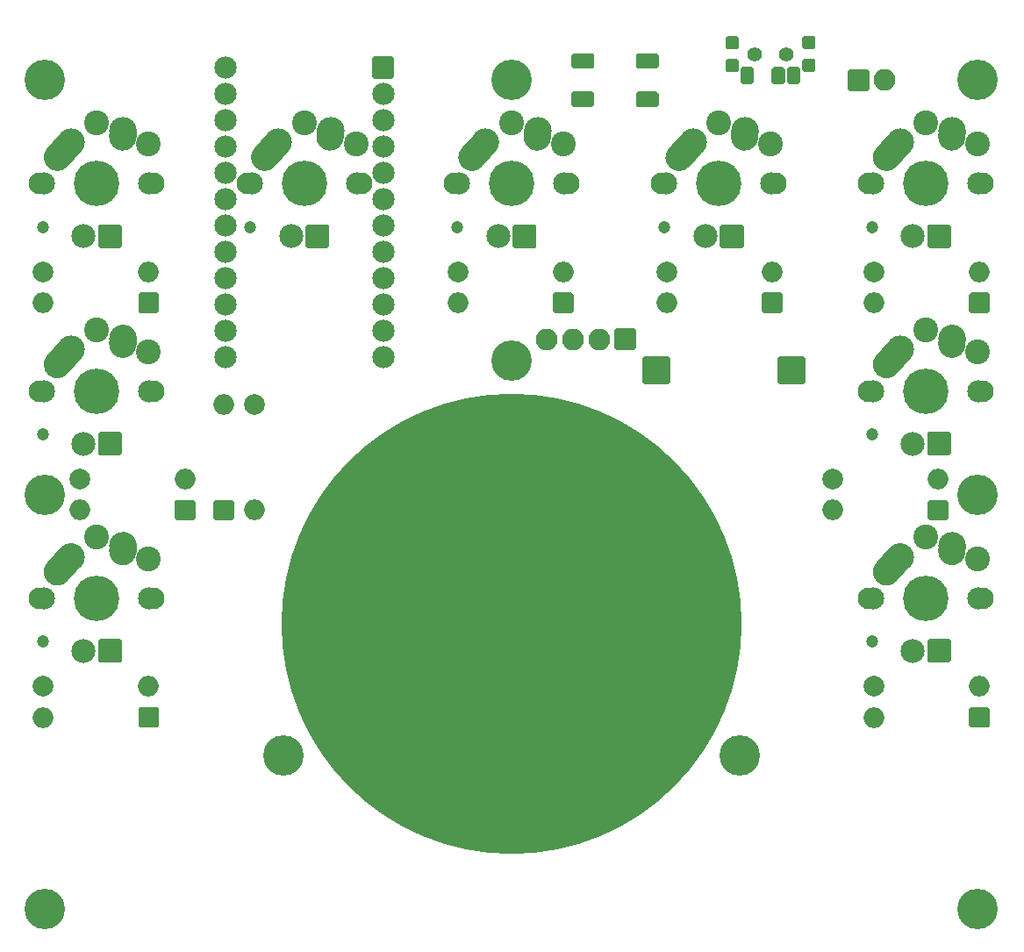
<source format=gbr>
G04 #@! TF.GenerationSoftware,KiCad,Pcbnew,(5.1.9)-1*
G04 #@! TF.CreationDate,2021-02-07T16:45:39-06:00*
G04 #@! TF.ProjectId,4x4_CNC_encoder_PCB,3478345f-434e-4435-9f65-6e636f646572,rev?*
G04 #@! TF.SameCoordinates,Original*
G04 #@! TF.FileFunction,Soldermask,Bot*
G04 #@! TF.FilePolarity,Negative*
%FSLAX46Y46*%
G04 Gerber Fmt 4.6, Leading zero omitted, Abs format (unit mm)*
G04 Created by KiCad (PCBNEW (5.1.9)-1) date 2021-02-07 16:45:39*
%MOMM*%
%LPD*%
G01*
G04 APERTURE LIST*
%ADD10O,2.100000X2.100000*%
%ADD11O,2.000000X2.000000*%
%ADD12C,2.000000*%
%ADD13C,2.305000*%
%ADD14C,1.200000*%
%ADD15C,2.100000*%
%ADD16C,2.400000*%
%ADD17C,2.150000*%
%ADD18C,2.650000*%
%ADD19C,4.387800*%
%ADD20C,1.400000*%
%ADD21C,3.900000*%
%ADD22C,2.152600*%
%ADD23C,44.400000*%
G04 APERTURE END LIST*
D10*
X136040000Y-65000000D03*
G36*
G01*
X134350000Y-66050000D02*
X132650000Y-66050000D01*
G75*
G02*
X132450000Y-65850000I0J200000D01*
G01*
X132450000Y-64150000D01*
G75*
G02*
X132650000Y-63950000I200000J0D01*
G01*
X134350000Y-63950000D01*
G75*
G02*
X134550000Y-64150000I0J-200000D01*
G01*
X134550000Y-65850000D01*
G75*
G02*
X134350000Y-66050000I-200000J0D01*
G01*
G37*
D11*
X145160000Y-123500000D03*
D12*
X135000000Y-123500000D03*
D11*
X141160000Y-103500000D03*
D12*
X131000000Y-103500000D03*
D11*
X145160000Y-83500000D03*
D12*
X135000000Y-83500000D03*
D11*
X125160000Y-83500000D03*
D12*
X115000000Y-83500000D03*
D11*
X105000000Y-83500000D03*
D12*
X94840000Y-83500000D03*
D11*
X75250000Y-106500000D03*
D12*
X75250000Y-96340000D03*
D11*
X65000000Y-83500000D03*
D12*
X54840000Y-83500000D03*
D11*
X68500000Y-103500000D03*
D12*
X58340000Y-103500000D03*
D11*
X65000000Y-123500000D03*
D12*
X54840000Y-123500000D03*
D11*
X135000000Y-126500000D03*
G36*
G01*
X146160000Y-125700000D02*
X146160000Y-127300000D01*
G75*
G02*
X145960000Y-127500000I-200000J0D01*
G01*
X144360000Y-127500000D01*
G75*
G02*
X144160000Y-127300000I0J200000D01*
G01*
X144160000Y-125700000D01*
G75*
G02*
X144360000Y-125500000I200000J0D01*
G01*
X145960000Y-125500000D01*
G75*
G02*
X146160000Y-125700000I0J-200000D01*
G01*
G37*
X131000000Y-106500000D03*
G36*
G01*
X142160000Y-105700000D02*
X142160000Y-107300000D01*
G75*
G02*
X141960000Y-107500000I-200000J0D01*
G01*
X140360000Y-107500000D01*
G75*
G02*
X140160000Y-107300000I0J200000D01*
G01*
X140160000Y-105700000D01*
G75*
G02*
X140360000Y-105500000I200000J0D01*
G01*
X141960000Y-105500000D01*
G75*
G02*
X142160000Y-105700000I0J-200000D01*
G01*
G37*
X135000000Y-86500000D03*
G36*
G01*
X146160000Y-85700000D02*
X146160000Y-87300000D01*
G75*
G02*
X145960000Y-87500000I-200000J0D01*
G01*
X144360000Y-87500000D01*
G75*
G02*
X144160000Y-87300000I0J200000D01*
G01*
X144160000Y-85700000D01*
G75*
G02*
X144360000Y-85500000I200000J0D01*
G01*
X145960000Y-85500000D01*
G75*
G02*
X146160000Y-85700000I0J-200000D01*
G01*
G37*
X115000000Y-86500000D03*
G36*
G01*
X126160000Y-85700000D02*
X126160000Y-87300000D01*
G75*
G02*
X125960000Y-87500000I-200000J0D01*
G01*
X124360000Y-87500000D01*
G75*
G02*
X124160000Y-87300000I0J200000D01*
G01*
X124160000Y-85700000D01*
G75*
G02*
X124360000Y-85500000I200000J0D01*
G01*
X125960000Y-85500000D01*
G75*
G02*
X126160000Y-85700000I0J-200000D01*
G01*
G37*
X94840000Y-86500000D03*
G36*
G01*
X106000000Y-85700000D02*
X106000000Y-87300000D01*
G75*
G02*
X105800000Y-87500000I-200000J0D01*
G01*
X104200000Y-87500000D01*
G75*
G02*
X104000000Y-87300000I0J200000D01*
G01*
X104000000Y-85700000D01*
G75*
G02*
X104200000Y-85500000I200000J0D01*
G01*
X105800000Y-85500000D01*
G75*
G02*
X106000000Y-85700000I0J-200000D01*
G01*
G37*
X72250000Y-96340000D03*
G36*
G01*
X73050000Y-107500000D02*
X71450000Y-107500000D01*
G75*
G02*
X71250000Y-107300000I0J200000D01*
G01*
X71250000Y-105700000D01*
G75*
G02*
X71450000Y-105500000I200000J0D01*
G01*
X73050000Y-105500000D01*
G75*
G02*
X73250000Y-105700000I0J-200000D01*
G01*
X73250000Y-107300000D01*
G75*
G02*
X73050000Y-107500000I-200000J0D01*
G01*
G37*
X54840000Y-86500000D03*
G36*
G01*
X66000000Y-85700000D02*
X66000000Y-87300000D01*
G75*
G02*
X65800000Y-87500000I-200000J0D01*
G01*
X64200000Y-87500000D01*
G75*
G02*
X64000000Y-87300000I0J200000D01*
G01*
X64000000Y-85700000D01*
G75*
G02*
X64200000Y-85500000I200000J0D01*
G01*
X65800000Y-85500000D01*
G75*
G02*
X66000000Y-85700000I0J-200000D01*
G01*
G37*
X58340000Y-106500000D03*
G36*
G01*
X69500000Y-105700000D02*
X69500000Y-107300000D01*
G75*
G02*
X69300000Y-107500000I-200000J0D01*
G01*
X67700000Y-107500000D01*
G75*
G02*
X67500000Y-107300000I0J200000D01*
G01*
X67500000Y-105700000D01*
G75*
G02*
X67700000Y-105500000I200000J0D01*
G01*
X69300000Y-105500000D01*
G75*
G02*
X69500000Y-105700000I0J-200000D01*
G01*
G37*
X54840000Y-126500000D03*
G36*
G01*
X66000000Y-125700000D02*
X66000000Y-127300000D01*
G75*
G02*
X65800000Y-127500000I-200000J0D01*
G01*
X64200000Y-127500000D01*
G75*
G02*
X64000000Y-127300000I0J200000D01*
G01*
X64000000Y-125700000D01*
G75*
G02*
X64200000Y-125500000I200000J0D01*
G01*
X65800000Y-125500000D01*
G75*
G02*
X66000000Y-125700000I0J-200000D01*
G01*
G37*
G36*
G01*
X140117500Y-121032500D02*
X140117500Y-119127500D01*
G75*
G02*
X140317500Y-118927500I200000J0D01*
G01*
X142222500Y-118927500D01*
G75*
G02*
X142422500Y-119127500I0J-200000D01*
G01*
X142422500Y-121032500D01*
G75*
G02*
X142222500Y-121232500I-200000J0D01*
G01*
X140317500Y-121232500D01*
G75*
G02*
X140117500Y-121032500I0J200000D01*
G01*
G37*
D13*
X138730000Y-120080000D03*
D14*
X134780000Y-119200000D03*
D15*
X145500000Y-115000000D03*
X134500000Y-115000000D03*
D16*
X140000000Y-109100000D03*
X145000000Y-111200000D03*
D17*
X145080000Y-115000000D03*
X134920000Y-115000000D03*
D18*
X137500000Y-111000000D03*
D19*
X140000000Y-115000000D03*
G36*
G01*
X135305122Y-113446213D02*
X135305122Y-113446213D01*
G75*
G02*
X135203787Y-111575122I884878J986213D01*
G01*
X136513777Y-110115114D01*
G75*
G02*
X138384868Y-110013779I986213J-884878D01*
G01*
X138384868Y-110013779D01*
G75*
G02*
X138486203Y-111884870I-884878J-986213D01*
G01*
X137176213Y-113344878D01*
G75*
G02*
X135305122Y-113446213I-986213J884878D01*
G01*
G37*
D18*
X142540000Y-109920000D03*
G36*
G01*
X142409880Y-111821932D02*
X142409880Y-111821932D01*
G75*
G02*
X141178068Y-110409880I90120J1321932D01*
G01*
X141217610Y-109829848D01*
G75*
G02*
X142629662Y-108598036I1321932J-90120D01*
G01*
X142629662Y-108598036D01*
G75*
G02*
X143861474Y-110010088I-90120J-1321932D01*
G01*
X143821932Y-110590120D01*
G75*
G02*
X142409880Y-111821932I-1321932J90120D01*
G01*
G37*
G36*
G01*
X140117500Y-101032500D02*
X140117500Y-99127500D01*
G75*
G02*
X140317500Y-98927500I200000J0D01*
G01*
X142222500Y-98927500D01*
G75*
G02*
X142422500Y-99127500I0J-200000D01*
G01*
X142422500Y-101032500D01*
G75*
G02*
X142222500Y-101232500I-200000J0D01*
G01*
X140317500Y-101232500D01*
G75*
G02*
X140117500Y-101032500I0J200000D01*
G01*
G37*
D13*
X138730000Y-100080000D03*
D14*
X134780000Y-99200000D03*
D15*
X145500000Y-95000000D03*
X134500000Y-95000000D03*
D16*
X140000000Y-89100000D03*
X145000000Y-91200000D03*
D17*
X145080000Y-95000000D03*
X134920000Y-95000000D03*
D18*
X137500000Y-91000000D03*
D19*
X140000000Y-95000000D03*
G36*
G01*
X135305122Y-93446213D02*
X135305122Y-93446213D01*
G75*
G02*
X135203787Y-91575122I884878J986213D01*
G01*
X136513777Y-90115114D01*
G75*
G02*
X138384868Y-90013779I986213J-884878D01*
G01*
X138384868Y-90013779D01*
G75*
G02*
X138486203Y-91884870I-884878J-986213D01*
G01*
X137176213Y-93344878D01*
G75*
G02*
X135305122Y-93446213I-986213J884878D01*
G01*
G37*
D18*
X142540000Y-89920000D03*
G36*
G01*
X142409880Y-91821932D02*
X142409880Y-91821932D01*
G75*
G02*
X141178068Y-90409880I90120J1321932D01*
G01*
X141217610Y-89829848D01*
G75*
G02*
X142629662Y-88598036I1321932J-90120D01*
G01*
X142629662Y-88598036D01*
G75*
G02*
X143861474Y-90010088I-90120J-1321932D01*
G01*
X143821932Y-90590120D01*
G75*
G02*
X142409880Y-91821932I-1321932J90120D01*
G01*
G37*
G36*
G01*
X140117500Y-81032500D02*
X140117500Y-79127500D01*
G75*
G02*
X140317500Y-78927500I200000J0D01*
G01*
X142222500Y-78927500D01*
G75*
G02*
X142422500Y-79127500I0J-200000D01*
G01*
X142422500Y-81032500D01*
G75*
G02*
X142222500Y-81232500I-200000J0D01*
G01*
X140317500Y-81232500D01*
G75*
G02*
X140117500Y-81032500I0J200000D01*
G01*
G37*
D13*
X138730000Y-80080000D03*
D14*
X134780000Y-79200000D03*
D15*
X145500000Y-75000000D03*
X134500000Y-75000000D03*
D16*
X140000000Y-69100000D03*
X145000000Y-71200000D03*
D17*
X145080000Y-75000000D03*
X134920000Y-75000000D03*
D18*
X137500000Y-71000000D03*
D19*
X140000000Y-75000000D03*
G36*
G01*
X135305122Y-73446213D02*
X135305122Y-73446213D01*
G75*
G02*
X135203787Y-71575122I884878J986213D01*
G01*
X136513777Y-70115114D01*
G75*
G02*
X138384868Y-70013779I986213J-884878D01*
G01*
X138384868Y-70013779D01*
G75*
G02*
X138486203Y-71884870I-884878J-986213D01*
G01*
X137176213Y-73344878D01*
G75*
G02*
X135305122Y-73446213I-986213J884878D01*
G01*
G37*
D18*
X142540000Y-69920000D03*
G36*
G01*
X142409880Y-71821932D02*
X142409880Y-71821932D01*
G75*
G02*
X141178068Y-70409880I90120J1321932D01*
G01*
X141217610Y-69829848D01*
G75*
G02*
X142629662Y-68598036I1321932J-90120D01*
G01*
X142629662Y-68598036D01*
G75*
G02*
X143861474Y-70010088I-90120J-1321932D01*
G01*
X143821932Y-70590120D01*
G75*
G02*
X142409880Y-71821932I-1321932J90120D01*
G01*
G37*
G36*
G01*
X120117500Y-81032500D02*
X120117500Y-79127500D01*
G75*
G02*
X120317500Y-78927500I200000J0D01*
G01*
X122222500Y-78927500D01*
G75*
G02*
X122422500Y-79127500I0J-200000D01*
G01*
X122422500Y-81032500D01*
G75*
G02*
X122222500Y-81232500I-200000J0D01*
G01*
X120317500Y-81232500D01*
G75*
G02*
X120117500Y-81032500I0J200000D01*
G01*
G37*
D13*
X118730000Y-80080000D03*
D14*
X114780000Y-79200000D03*
D15*
X125500000Y-75000000D03*
X114500000Y-75000000D03*
D16*
X120000000Y-69100000D03*
X125000000Y-71200000D03*
D17*
X125080000Y-75000000D03*
X114920000Y-75000000D03*
D18*
X117500000Y-71000000D03*
D19*
X120000000Y-75000000D03*
G36*
G01*
X115305122Y-73446213D02*
X115305122Y-73446213D01*
G75*
G02*
X115203787Y-71575122I884878J986213D01*
G01*
X116513777Y-70115114D01*
G75*
G02*
X118384868Y-70013779I986213J-884878D01*
G01*
X118384868Y-70013779D01*
G75*
G02*
X118486203Y-71884870I-884878J-986213D01*
G01*
X117176213Y-73344878D01*
G75*
G02*
X115305122Y-73446213I-986213J884878D01*
G01*
G37*
D18*
X122540000Y-69920000D03*
G36*
G01*
X122409880Y-71821932D02*
X122409880Y-71821932D01*
G75*
G02*
X121178068Y-70409880I90120J1321932D01*
G01*
X121217610Y-69829848D01*
G75*
G02*
X122629662Y-68598036I1321932J-90120D01*
G01*
X122629662Y-68598036D01*
G75*
G02*
X123861474Y-70010088I-90120J-1321932D01*
G01*
X123821932Y-70590120D01*
G75*
G02*
X122409880Y-71821932I-1321932J90120D01*
G01*
G37*
G36*
G01*
X100117500Y-81032500D02*
X100117500Y-79127500D01*
G75*
G02*
X100317500Y-78927500I200000J0D01*
G01*
X102222500Y-78927500D01*
G75*
G02*
X102422500Y-79127500I0J-200000D01*
G01*
X102422500Y-81032500D01*
G75*
G02*
X102222500Y-81232500I-200000J0D01*
G01*
X100317500Y-81232500D01*
G75*
G02*
X100117500Y-81032500I0J200000D01*
G01*
G37*
D13*
X98730000Y-80080000D03*
D14*
X94780000Y-79200000D03*
D15*
X105500000Y-75000000D03*
X94500000Y-75000000D03*
D16*
X100000000Y-69100000D03*
X105000000Y-71200000D03*
D17*
X105080000Y-75000000D03*
X94920000Y-75000000D03*
D18*
X97500000Y-71000000D03*
D19*
X100000000Y-75000000D03*
G36*
G01*
X95305122Y-73446213D02*
X95305122Y-73446213D01*
G75*
G02*
X95203787Y-71575122I884878J986213D01*
G01*
X96513777Y-70115114D01*
G75*
G02*
X98384868Y-70013779I986213J-884878D01*
G01*
X98384868Y-70013779D01*
G75*
G02*
X98486203Y-71884870I-884878J-986213D01*
G01*
X97176213Y-73344878D01*
G75*
G02*
X95305122Y-73446213I-986213J884878D01*
G01*
G37*
D18*
X102540000Y-69920000D03*
G36*
G01*
X102409880Y-71821932D02*
X102409880Y-71821932D01*
G75*
G02*
X101178068Y-70409880I90120J1321932D01*
G01*
X101217610Y-69829848D01*
G75*
G02*
X102629662Y-68598036I1321932J-90120D01*
G01*
X102629662Y-68598036D01*
G75*
G02*
X103861474Y-70010088I-90120J-1321932D01*
G01*
X103821932Y-70590120D01*
G75*
G02*
X102409880Y-71821932I-1321932J90120D01*
G01*
G37*
G36*
G01*
X80117500Y-81032500D02*
X80117500Y-79127500D01*
G75*
G02*
X80317500Y-78927500I200000J0D01*
G01*
X82222500Y-78927500D01*
G75*
G02*
X82422500Y-79127500I0J-200000D01*
G01*
X82422500Y-81032500D01*
G75*
G02*
X82222500Y-81232500I-200000J0D01*
G01*
X80317500Y-81232500D01*
G75*
G02*
X80117500Y-81032500I0J200000D01*
G01*
G37*
D13*
X78730000Y-80080000D03*
D14*
X74780000Y-79200000D03*
D15*
X85500000Y-75000000D03*
X74500000Y-75000000D03*
D16*
X80000000Y-69100000D03*
X85000000Y-71200000D03*
D17*
X85080000Y-75000000D03*
X74920000Y-75000000D03*
D18*
X77500000Y-71000000D03*
D19*
X80000000Y-75000000D03*
G36*
G01*
X75305122Y-73446213D02*
X75305122Y-73446213D01*
G75*
G02*
X75203787Y-71575122I884878J986213D01*
G01*
X76513777Y-70115114D01*
G75*
G02*
X78384868Y-70013779I986213J-884878D01*
G01*
X78384868Y-70013779D01*
G75*
G02*
X78486203Y-71884870I-884878J-986213D01*
G01*
X77176213Y-73344878D01*
G75*
G02*
X75305122Y-73446213I-986213J884878D01*
G01*
G37*
D18*
X82540000Y-69920000D03*
G36*
G01*
X82409880Y-71821932D02*
X82409880Y-71821932D01*
G75*
G02*
X81178068Y-70409880I90120J1321932D01*
G01*
X81217610Y-69829848D01*
G75*
G02*
X82629662Y-68598036I1321932J-90120D01*
G01*
X82629662Y-68598036D01*
G75*
G02*
X83861474Y-70010088I-90120J-1321932D01*
G01*
X83821932Y-70590120D01*
G75*
G02*
X82409880Y-71821932I-1321932J90120D01*
G01*
G37*
G36*
G01*
X60117500Y-81032500D02*
X60117500Y-79127500D01*
G75*
G02*
X60317500Y-78927500I200000J0D01*
G01*
X62222500Y-78927500D01*
G75*
G02*
X62422500Y-79127500I0J-200000D01*
G01*
X62422500Y-81032500D01*
G75*
G02*
X62222500Y-81232500I-200000J0D01*
G01*
X60317500Y-81232500D01*
G75*
G02*
X60117500Y-81032500I0J200000D01*
G01*
G37*
D13*
X58730000Y-80080000D03*
D14*
X54780000Y-79200000D03*
D15*
X65500000Y-75000000D03*
X54500000Y-75000000D03*
D16*
X60000000Y-69100000D03*
X65000000Y-71200000D03*
D17*
X65080000Y-75000000D03*
X54920000Y-75000000D03*
D18*
X57500000Y-71000000D03*
D19*
X60000000Y-75000000D03*
G36*
G01*
X55305122Y-73446213D02*
X55305122Y-73446213D01*
G75*
G02*
X55203787Y-71575122I884878J986213D01*
G01*
X56513777Y-70115114D01*
G75*
G02*
X58384868Y-70013779I986213J-884878D01*
G01*
X58384868Y-70013779D01*
G75*
G02*
X58486203Y-71884870I-884878J-986213D01*
G01*
X57176213Y-73344878D01*
G75*
G02*
X55305122Y-73446213I-986213J884878D01*
G01*
G37*
D18*
X62540000Y-69920000D03*
G36*
G01*
X62409880Y-71821932D02*
X62409880Y-71821932D01*
G75*
G02*
X61178068Y-70409880I90120J1321932D01*
G01*
X61217610Y-69829848D01*
G75*
G02*
X62629662Y-68598036I1321932J-90120D01*
G01*
X62629662Y-68598036D01*
G75*
G02*
X63861474Y-70010088I-90120J-1321932D01*
G01*
X63821932Y-70590120D01*
G75*
G02*
X62409880Y-71821932I-1321932J90120D01*
G01*
G37*
G36*
G01*
X60117500Y-101032500D02*
X60117500Y-99127500D01*
G75*
G02*
X60317500Y-98927500I200000J0D01*
G01*
X62222500Y-98927500D01*
G75*
G02*
X62422500Y-99127500I0J-200000D01*
G01*
X62422500Y-101032500D01*
G75*
G02*
X62222500Y-101232500I-200000J0D01*
G01*
X60317500Y-101232500D01*
G75*
G02*
X60117500Y-101032500I0J200000D01*
G01*
G37*
D13*
X58730000Y-100080000D03*
D14*
X54780000Y-99200000D03*
D15*
X65500000Y-95000000D03*
X54500000Y-95000000D03*
D16*
X60000000Y-89100000D03*
X65000000Y-91200000D03*
D17*
X65080000Y-95000000D03*
X54920000Y-95000000D03*
D18*
X57500000Y-91000000D03*
D19*
X60000000Y-95000000D03*
G36*
G01*
X55305122Y-93446213D02*
X55305122Y-93446213D01*
G75*
G02*
X55203787Y-91575122I884878J986213D01*
G01*
X56513777Y-90115114D01*
G75*
G02*
X58384868Y-90013779I986213J-884878D01*
G01*
X58384868Y-90013779D01*
G75*
G02*
X58486203Y-91884870I-884878J-986213D01*
G01*
X57176213Y-93344878D01*
G75*
G02*
X55305122Y-93446213I-986213J884878D01*
G01*
G37*
D18*
X62540000Y-89920000D03*
G36*
G01*
X62409880Y-91821932D02*
X62409880Y-91821932D01*
G75*
G02*
X61178068Y-90409880I90120J1321932D01*
G01*
X61217610Y-89829848D01*
G75*
G02*
X62629662Y-88598036I1321932J-90120D01*
G01*
X62629662Y-88598036D01*
G75*
G02*
X63861474Y-90010088I-90120J-1321932D01*
G01*
X63821932Y-90590120D01*
G75*
G02*
X62409880Y-91821932I-1321932J90120D01*
G01*
G37*
G36*
G01*
X60117500Y-121032500D02*
X60117500Y-119127500D01*
G75*
G02*
X60317500Y-118927500I200000J0D01*
G01*
X62222500Y-118927500D01*
G75*
G02*
X62422500Y-119127500I0J-200000D01*
G01*
X62422500Y-121032500D01*
G75*
G02*
X62222500Y-121232500I-200000J0D01*
G01*
X60317500Y-121232500D01*
G75*
G02*
X60117500Y-121032500I0J200000D01*
G01*
G37*
D13*
X58730000Y-120080000D03*
D14*
X54780000Y-119200000D03*
D15*
X65500000Y-115000000D03*
X54500000Y-115000000D03*
D16*
X60000000Y-109100000D03*
X65000000Y-111200000D03*
D17*
X65080000Y-115000000D03*
X54920000Y-115000000D03*
D18*
X57500000Y-111000000D03*
D19*
X60000000Y-115000000D03*
G36*
G01*
X55305122Y-113446213D02*
X55305122Y-113446213D01*
G75*
G02*
X55203787Y-111575122I884878J986213D01*
G01*
X56513777Y-110115114D01*
G75*
G02*
X58384868Y-110013779I986213J-884878D01*
G01*
X58384868Y-110013779D01*
G75*
G02*
X58486203Y-111884870I-884878J-986213D01*
G01*
X57176213Y-113344878D01*
G75*
G02*
X55305122Y-113446213I-986213J884878D01*
G01*
G37*
D18*
X62540000Y-109920000D03*
G36*
G01*
X62409880Y-111821932D02*
X62409880Y-111821932D01*
G75*
G02*
X61178068Y-110409880I90120J1321932D01*
G01*
X61217610Y-109829848D01*
G75*
G02*
X62629662Y-108598036I1321932J-90120D01*
G01*
X62629662Y-108598036D01*
G75*
G02*
X63861474Y-110010088I-90120J-1321932D01*
G01*
X63821932Y-110590120D01*
G75*
G02*
X62409880Y-111821932I-1321932J90120D01*
G01*
G37*
G36*
G01*
X129350000Y-60950000D02*
X129350000Y-61850000D01*
G75*
G02*
X129150000Y-62050000I-200000J0D01*
G01*
X128250000Y-62050000D01*
G75*
G02*
X128050000Y-61850000I0J200000D01*
G01*
X128050000Y-60950000D01*
G75*
G02*
X128250000Y-60750000I200000J0D01*
G01*
X129150000Y-60750000D01*
G75*
G02*
X129350000Y-60950000I0J-200000D01*
G01*
G37*
G36*
G01*
X129350000Y-63150000D02*
X129350000Y-64050000D01*
G75*
G02*
X129150000Y-64250000I-200000J0D01*
G01*
X128250000Y-64250000D01*
G75*
G02*
X128050000Y-64050000I0J200000D01*
G01*
X128050000Y-63150000D01*
G75*
G02*
X128250000Y-62950000I200000J0D01*
G01*
X129150000Y-62950000D01*
G75*
G02*
X129350000Y-63150000I0J-200000D01*
G01*
G37*
G36*
G01*
X121950000Y-63150000D02*
X121950000Y-64050000D01*
G75*
G02*
X121750000Y-64250000I-200000J0D01*
G01*
X120850000Y-64250000D01*
G75*
G02*
X120650000Y-64050000I0J200000D01*
G01*
X120650000Y-63150000D01*
G75*
G02*
X120850000Y-62950000I200000J0D01*
G01*
X121750000Y-62950000D01*
G75*
G02*
X121950000Y-63150000I0J-200000D01*
G01*
G37*
G36*
G01*
X121950000Y-60950000D02*
X121950000Y-61850000D01*
G75*
G02*
X121750000Y-62050000I-200000J0D01*
G01*
X120850000Y-62050000D01*
G75*
G02*
X120650000Y-61850000I0J200000D01*
G01*
X120650000Y-60950000D01*
G75*
G02*
X120850000Y-60750000I200000J0D01*
G01*
X121750000Y-60750000D01*
G75*
G02*
X121950000Y-60950000I0J-200000D01*
G01*
G37*
G36*
G01*
X123400000Y-63950000D02*
X123400000Y-65200000D01*
G75*
G02*
X123200000Y-65400000I-200000J0D01*
G01*
X122300000Y-65400000D01*
G75*
G02*
X122100000Y-65200000I0J200000D01*
G01*
X122100000Y-63950000D01*
G75*
G02*
X122300000Y-63750000I200000J0D01*
G01*
X123200000Y-63750000D01*
G75*
G02*
X123400000Y-63950000I0J-200000D01*
G01*
G37*
G36*
G01*
X127900000Y-63950000D02*
X127900000Y-65200000D01*
G75*
G02*
X127700000Y-65400000I-200000J0D01*
G01*
X126800000Y-65400000D01*
G75*
G02*
X126600000Y-65200000I0J200000D01*
G01*
X126600000Y-63950000D01*
G75*
G02*
X126800000Y-63750000I200000J0D01*
G01*
X127700000Y-63750000D01*
G75*
G02*
X127900000Y-63950000I0J-200000D01*
G01*
G37*
G36*
G01*
X126400000Y-63950000D02*
X126400000Y-65200000D01*
G75*
G02*
X126200000Y-65400000I-200000J0D01*
G01*
X125300000Y-65400000D01*
G75*
G02*
X125100000Y-65200000I0J200000D01*
G01*
X125100000Y-63950000D01*
G75*
G02*
X125300000Y-63750000I200000J0D01*
G01*
X126200000Y-63750000D01*
G75*
G02*
X126400000Y-63950000I0J-200000D01*
G01*
G37*
D20*
X126500000Y-62500000D03*
X123500000Y-62500000D03*
G36*
G01*
X112650000Y-94150000D02*
X112650000Y-91850000D01*
G75*
G02*
X112850000Y-91650000I200000J0D01*
G01*
X115150000Y-91650000D01*
G75*
G02*
X115350000Y-91850000I0J-200000D01*
G01*
X115350000Y-94150000D01*
G75*
G02*
X115150000Y-94350000I-200000J0D01*
G01*
X112850000Y-94350000D01*
G75*
G02*
X112650000Y-94150000I0J200000D01*
G01*
G37*
G36*
G01*
X125650000Y-94150000D02*
X125650000Y-91850000D01*
G75*
G02*
X125850000Y-91650000I200000J0D01*
G01*
X128150000Y-91650000D01*
G75*
G02*
X128350000Y-91850000I0J-200000D01*
G01*
X128350000Y-94150000D01*
G75*
G02*
X128150000Y-94350000I-200000J0D01*
G01*
X125850000Y-94350000D01*
G75*
G02*
X125650000Y-94150000I0J200000D01*
G01*
G37*
D21*
X55000000Y-105000000D03*
X145000000Y-65000000D03*
X145000000Y-145000000D03*
X55000000Y-145000000D03*
X145000000Y-105000000D03*
X55000000Y-65000000D03*
X100000000Y-65000000D03*
G36*
G01*
X112000000Y-63700000D02*
X112000000Y-62600000D01*
G75*
G02*
X112200000Y-62400000I200000J0D01*
G01*
X114000000Y-62400000D01*
G75*
G02*
X114200000Y-62600000I0J-200000D01*
G01*
X114200000Y-63700000D01*
G75*
G02*
X114000000Y-63900000I-200000J0D01*
G01*
X112200000Y-63900000D01*
G75*
G02*
X112000000Y-63700000I0J200000D01*
G01*
G37*
G36*
G01*
X105800000Y-63700000D02*
X105800000Y-62600000D01*
G75*
G02*
X106000000Y-62400000I200000J0D01*
G01*
X107800000Y-62400000D01*
G75*
G02*
X108000000Y-62600000I0J-200000D01*
G01*
X108000000Y-63700000D01*
G75*
G02*
X107800000Y-63900000I-200000J0D01*
G01*
X106000000Y-63900000D01*
G75*
G02*
X105800000Y-63700000I0J200000D01*
G01*
G37*
G36*
G01*
X112000000Y-67400000D02*
X112000000Y-66300000D01*
G75*
G02*
X112200000Y-66100000I200000J0D01*
G01*
X114000000Y-66100000D01*
G75*
G02*
X114200000Y-66300000I0J-200000D01*
G01*
X114200000Y-67400000D01*
G75*
G02*
X114000000Y-67600000I-200000J0D01*
G01*
X112200000Y-67600000D01*
G75*
G02*
X112000000Y-67400000I0J200000D01*
G01*
G37*
G36*
G01*
X105800000Y-67400000D02*
X105800000Y-66300000D01*
G75*
G02*
X106000000Y-66100000I200000J0D01*
G01*
X107800000Y-66100000D01*
G75*
G02*
X108000000Y-66300000I0J-200000D01*
G01*
X108000000Y-67400000D01*
G75*
G02*
X107800000Y-67600000I-200000J0D01*
G01*
X106000000Y-67600000D01*
G75*
G02*
X105800000Y-67400000I0J200000D01*
G01*
G37*
D22*
X72380000Y-63804000D03*
X72380000Y-66344000D03*
X72380000Y-68884000D03*
X72380000Y-71424000D03*
X72380000Y-73964000D03*
X72380000Y-76504000D03*
X72380000Y-79044000D03*
X72380000Y-81584000D03*
X72380000Y-84124000D03*
X72380000Y-86664000D03*
X72380000Y-89204000D03*
X72380000Y-91744000D03*
X87620000Y-91744000D03*
X87620000Y-89204000D03*
X87620000Y-86664000D03*
X87620000Y-84124000D03*
X87620000Y-81584000D03*
X87620000Y-79044000D03*
X87620000Y-76504000D03*
X87620000Y-73964000D03*
X87620000Y-71424000D03*
X87620000Y-68884000D03*
X87620000Y-66344000D03*
G36*
G01*
X86743700Y-62727700D02*
X88496300Y-62727700D01*
G75*
G02*
X88696300Y-62927700I0J-200000D01*
G01*
X88696300Y-64680300D01*
G75*
G02*
X88496300Y-64880300I-200000J0D01*
G01*
X86743700Y-64880300D01*
G75*
G02*
X86543700Y-64680300I0J200000D01*
G01*
X86543700Y-62927700D01*
G75*
G02*
X86743700Y-62727700I200000J0D01*
G01*
G37*
D10*
X103380000Y-90000000D03*
X105920000Y-90000000D03*
X108460000Y-90000000D03*
G36*
G01*
X110150000Y-88950000D02*
X111850000Y-88950000D01*
G75*
G02*
X112050000Y-89150000I0J-200000D01*
G01*
X112050000Y-90850000D01*
G75*
G02*
X111850000Y-91050000I-200000J0D01*
G01*
X110150000Y-91050000D01*
G75*
G02*
X109950000Y-90850000I0J200000D01*
G01*
X109950000Y-89150000D01*
G75*
G02*
X110150000Y-88950000I200000J0D01*
G01*
G37*
D23*
X100000000Y-117500000D03*
D21*
X100000000Y-92100000D03*
X121997000Y-130200000D03*
X78003000Y-130200000D03*
M02*

</source>
